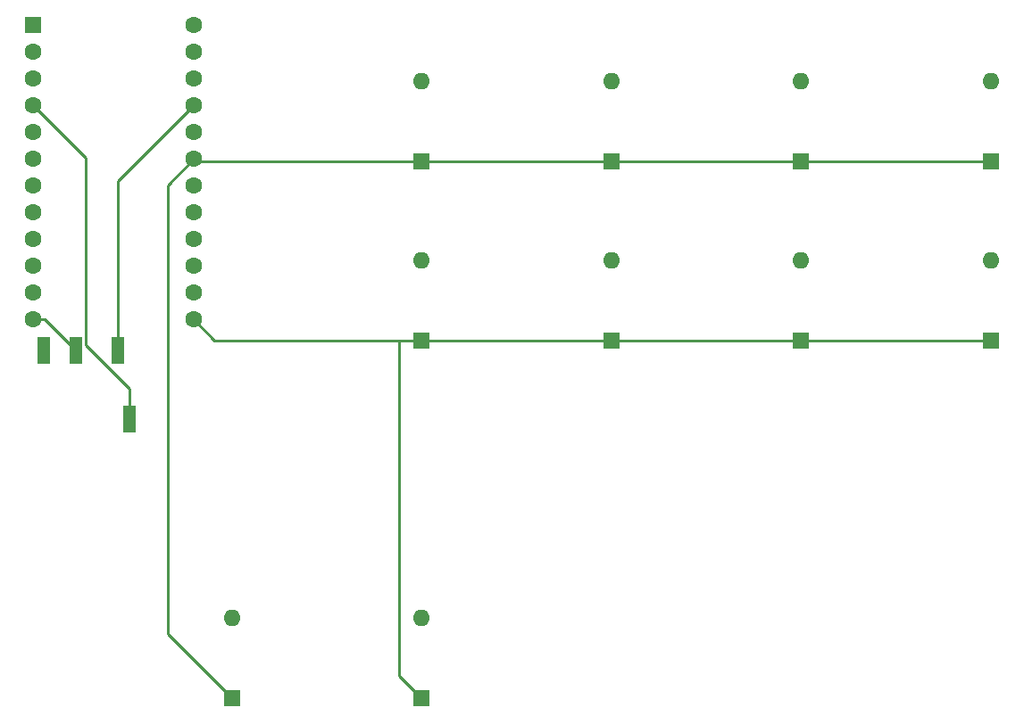
<source format=gbr>
%TF.GenerationSoftware,KiCad,Pcbnew,(6.0.9)*%
%TF.CreationDate,2022-12-21T17:39:27+05:00*%
%TF.ProjectId,vsrgkb-right,76737267-6b62-42d7-9269-6768742e6b69,rev?*%
%TF.SameCoordinates,Original*%
%TF.FileFunction,Copper,L1,Top*%
%TF.FilePolarity,Positive*%
%FSLAX46Y46*%
G04 Gerber Fmt 4.6, Leading zero omitted, Abs format (unit mm)*
G04 Created by KiCad (PCBNEW (6.0.9)) date 2022-12-21 17:39:27*
%MOMM*%
%LPD*%
G01*
G04 APERTURE LIST*
%TA.AperFunction,ComponentPad*%
%ADD10R,1.600000X1.600000*%
%TD*%
%TA.AperFunction,ComponentPad*%
%ADD11O,1.600000X1.600000*%
%TD*%
%TA.AperFunction,ComponentPad*%
%ADD12C,1.600000*%
%TD*%
%TA.AperFunction,SMDPad,CuDef*%
%ADD13R,1.200000X2.500000*%
%TD*%
%TA.AperFunction,Conductor*%
%ADD14C,0.250000*%
%TD*%
G04 APERTURE END LIST*
D10*
%TO.P,D9,1,K*%
%TO.N,/row2*%
X150750000Y-79687500D03*
D11*
%TO.P,D9,2,A*%
%TO.N,Net-(D9-Pad2)*%
X150750000Y-72067500D03*
%TD*%
D10*
%TO.P,D6,1,K*%
%TO.N,/row2*%
X96750000Y-79687500D03*
D11*
%TO.P,D6,2,A*%
%TO.N,Net-(D6-Pad2)*%
X96750000Y-72067500D03*
%TD*%
D10*
%TO.P,D2,1,K*%
%TO.N,/row1*%
X114750000Y-62687500D03*
D11*
%TO.P,D2,2,A*%
%TO.N,Net-(D2-Pad2)*%
X114750000Y-55067500D03*
%TD*%
D10*
%TO.P,D10,1,K*%
%TO.N,/row2*%
X96750000Y-113687500D03*
D11*
%TO.P,D10,2,A*%
%TO.N,Net-(D10-Pad2)*%
X96750000Y-106067500D03*
%TD*%
%TO.P,D7,2,A*%
%TO.N,Net-(D7-Pad2)*%
X114750000Y-72067500D03*
D10*
%TO.P,D7,1,K*%
%TO.N,/row2*%
X114750000Y-79687500D03*
%TD*%
%TO.P,U1,1,TX*%
%TO.N,unconnected-(U1-Pad1)*%
X59880000Y-49780000D03*
D12*
%TO.P,U1,2,RX*%
%TO.N,unconnected-(U1-Pad2)*%
X59880000Y-52320000D03*
%TO.P,U1,3,GND*%
%TO.N,unconnected-(U1-Pad3)*%
X59880000Y-54860000D03*
%TO.P,U1,4,GND*%
%TO.N,Net-(U1-Pad4)*%
X59880000Y-57400000D03*
%TO.P,U1,5,SDA*%
%TO.N,unconnected-(U1-Pad5)*%
X59880000Y-59940000D03*
%TO.P,U1,6,SCL*%
%TO.N,unconnected-(U1-Pad6)*%
X59880000Y-62480000D03*
%TO.P,U1,7,D4*%
%TO.N,unconnected-(U1-Pad7)*%
X59880000Y-65020000D03*
%TO.P,U1,8,C6*%
%TO.N,unconnected-(U1-Pad8)*%
X59880000Y-67560000D03*
%TO.P,U1,9,D7*%
%TO.N,unconnected-(U1-Pad9)*%
X59880000Y-70100000D03*
%TO.P,U1,10,E6*%
%TO.N,unconnected-(U1-Pad10)*%
X59880000Y-72640000D03*
%TO.P,U1,11,B4*%
%TO.N,unconnected-(U1-Pad11)*%
X59880000Y-75180000D03*
%TO.P,U1,12,B5*%
%TO.N,Net-(J1-PadR1)*%
X59880000Y-77720000D03*
%TO.P,U1,13,B6*%
%TO.N,/row2*%
X75120000Y-77720000D03*
%TO.P,U1,14,B2*%
%TO.N,/col5*%
X75120000Y-75180000D03*
%TO.P,U1,15,B3*%
%TO.N,/col4*%
X75120000Y-72640000D03*
%TO.P,U1,16,B1*%
%TO.N,/col3*%
X75120000Y-70100000D03*
%TO.P,U1,17,F7*%
%TO.N,/col2*%
X75120000Y-67560000D03*
%TO.P,U1,18,F6*%
%TO.N,/col1*%
X75120000Y-65020000D03*
%TO.P,U1,19,F5*%
%TO.N,/row1*%
X75120000Y-62480000D03*
%TO.P,U1,20,F4*%
%TO.N,unconnected-(U1-Pad20)*%
X75120000Y-59940000D03*
%TO.P,U1,21,VCC*%
%TO.N,Net-(J1-PadT)*%
X75120000Y-57400000D03*
%TO.P,U1,22,RST*%
%TO.N,unconnected-(U1-Pad22)*%
X75120000Y-54860000D03*
%TO.P,U1,23,GND*%
%TO.N,unconnected-(U1-Pad23)*%
X75120000Y-52320000D03*
%TO.P,U1,24,RAW*%
%TO.N,unconnected-(U1-Pad24)*%
X75120000Y-49780000D03*
%TD*%
D10*
%TO.P,D4,1,K*%
%TO.N,/row1*%
X150750000Y-62687500D03*
D11*
%TO.P,D4,2,A*%
%TO.N,Net-(D4-Pad2)*%
X150750000Y-55067500D03*
%TD*%
D13*
%TO.P,J1,R1*%
%TO.N,Net-(J1-PadR1)*%
X63950000Y-80687500D03*
%TO.P,J1,R2*%
%TO.N,unconnected-(J1-PadR2)*%
X60950000Y-80687500D03*
%TO.P,J1,S*%
%TO.N,Net-(U1-Pad4)*%
X69050000Y-87187500D03*
%TO.P,J1,T*%
%TO.N,Net-(J1-PadT)*%
X67950000Y-80687500D03*
%TD*%
D10*
%TO.P,D3,1,K*%
%TO.N,/row1*%
X132750000Y-62687500D03*
D11*
%TO.P,D3,2,A*%
%TO.N,Net-(D3-Pad2)*%
X132750000Y-55067500D03*
%TD*%
D10*
%TO.P,D8,1,K*%
%TO.N,/row2*%
X132750000Y-79687500D03*
D11*
%TO.P,D8,2,A*%
%TO.N,Net-(D8-Pad2)*%
X132750000Y-72067500D03*
%TD*%
D10*
%TO.P,D1,1,K*%
%TO.N,/row1*%
X96750000Y-62687500D03*
D11*
%TO.P,D1,2,A*%
%TO.N,Net-(D1-Pad2)*%
X96750000Y-55067500D03*
%TD*%
D10*
%TO.P,D5,1,K*%
%TO.N,/row1*%
X78750000Y-113687500D03*
D11*
%TO.P,D5,2,A*%
%TO.N,Net-(D5-Pad2)*%
X78750000Y-106067500D03*
%TD*%
D14*
%TO.N,Net-(U1-Pad4)*%
X69050000Y-87187500D02*
X69050000Y-84287500D01*
X69050000Y-84287500D02*
X64875000Y-80112500D01*
X64875000Y-80112500D02*
X64875000Y-62395000D01*
X64875000Y-62395000D02*
X59880000Y-57400000D01*
%TO.N,Net-(J1-PadT)*%
X67950000Y-80687500D02*
X67950000Y-64570000D01*
X67950000Y-64570000D02*
X75120000Y-57400000D01*
%TO.N,Net-(J1-PadR1)*%
X63950000Y-80687500D02*
X60982500Y-77720000D01*
X60982500Y-77720000D02*
X59880000Y-77720000D01*
%TO.N,/row1*%
X78750000Y-113687500D02*
X72650001Y-107587501D01*
X72650001Y-64949999D02*
X75120000Y-62480000D01*
X72650001Y-107587501D02*
X72650001Y-64949999D01*
%TO.N,/row2*%
X96750000Y-113687500D02*
X94650001Y-111587501D01*
X94650001Y-111587501D02*
X94650001Y-79687500D01*
X150750000Y-79687500D02*
X77087500Y-79687500D01*
X77087500Y-79687500D02*
X75120000Y-77720000D01*
%TO.N,/row1*%
X150750000Y-62687500D02*
X75327500Y-62687500D01*
X75327500Y-62687500D02*
X75120000Y-62480000D01*
%TD*%
M02*

</source>
